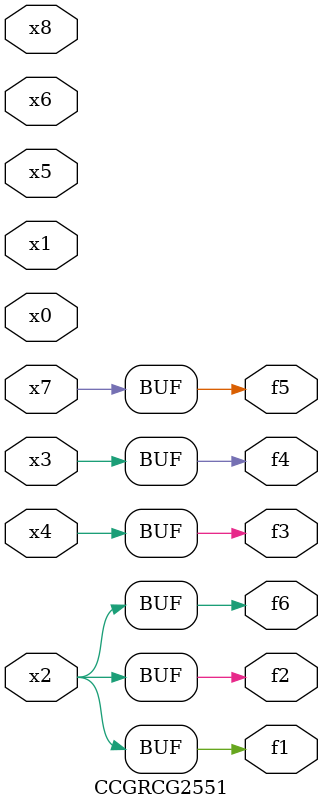
<source format=v>
module CCGRCG2551(
	input x0, x1, x2, x3, x4, x5, x6, x7, x8,
	output f1, f2, f3, f4, f5, f6
);
	assign f1 = x2;
	assign f2 = x2;
	assign f3 = x4;
	assign f4 = x3;
	assign f5 = x7;
	assign f6 = x2;
endmodule

</source>
